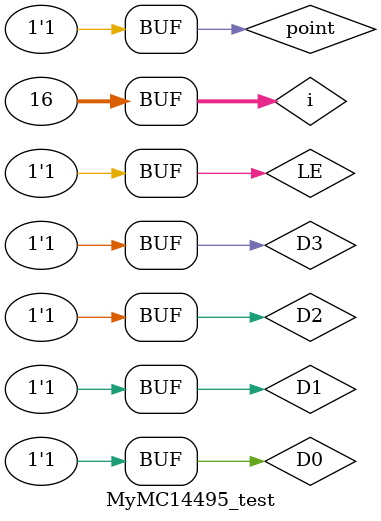
<source format=v>
`timescale 1ns / 1ps
module MyMC14495_test ();
  reg D0, D1, D2, D3, point, LE;
  wire a, b, c, d, e, f, g, p;
  MyMC14495 UUT1 (

      D0,
      D1,
      D2,
      D3,
      point,
      LE,
      a,
      b,
      c,
      d,
      e,
      f,
      g,
      p
  );

  integer i;
  initial begin
    D3 = 0;
    D2 = 0;
    D1 = 0;
    D0 = 0;
    LE = 0;
    point = 0;
    for (i = 0; i <= 15; i = i + 1) begin
      #50;
      {D3, D2, D1, D0} = i;
      point = i;
    end

    #50;
    LE = 1;
  end

endmodule

</source>
